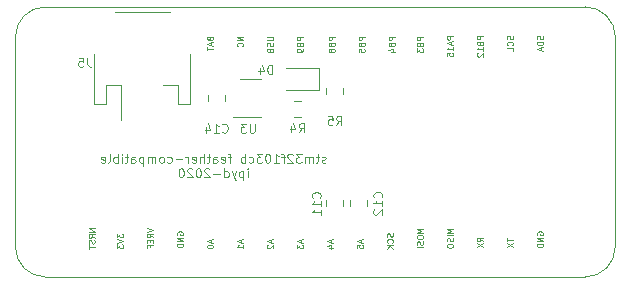
<source format=gbr>
G04 #@! TF.GenerationSoftware,KiCad,Pcbnew,(5.1.5)-2*
G04 #@! TF.CreationDate,2020-08-18T22:47:36+04:00*
G04 #@! TF.ProjectId,stm32f103_feather,73746d33-3266-4313-9033-5f6665617468,rev?*
G04 #@! TF.SameCoordinates,Original*
G04 #@! TF.FileFunction,Legend,Bot*
G04 #@! TF.FilePolarity,Positive*
%FSLAX46Y46*%
G04 Gerber Fmt 4.6, Leading zero omitted, Abs format (unit mm)*
G04 Created by KiCad (PCBNEW (5.1.5)-2) date 2020-08-18 22:47:36*
%MOMM*%
%LPD*%
G04 APERTURE LIST*
%ADD10C,0.101600*%
G04 #@! TA.AperFunction,Profile*
%ADD11C,0.050000*%
G04 #@! TD*
%ADD12C,0.120000*%
G04 APERTURE END LIST*
D10*
X171655619Y-78631142D02*
X171679809Y-78703714D01*
X171679809Y-78824666D01*
X171655619Y-78873047D01*
X171631428Y-78897238D01*
X171583047Y-78921428D01*
X171534666Y-78921428D01*
X171486285Y-78897238D01*
X171462095Y-78873047D01*
X171437904Y-78824666D01*
X171413714Y-78727904D01*
X171389523Y-78679523D01*
X171365333Y-78655333D01*
X171316952Y-78631142D01*
X171268571Y-78631142D01*
X171220190Y-78655333D01*
X171196000Y-78679523D01*
X171171809Y-78727904D01*
X171171809Y-78848857D01*
X171196000Y-78921428D01*
X171679809Y-79139142D02*
X171171809Y-79139142D01*
X171171809Y-79260095D01*
X171196000Y-79332666D01*
X171244380Y-79381047D01*
X171292761Y-79405238D01*
X171389523Y-79429428D01*
X171462095Y-79429428D01*
X171558857Y-79405238D01*
X171607238Y-79381047D01*
X171655619Y-79332666D01*
X171679809Y-79260095D01*
X171679809Y-79139142D01*
X171534666Y-79622952D02*
X171534666Y-79864857D01*
X171679809Y-79574571D02*
X171171809Y-79743904D01*
X171679809Y-79913238D01*
X169115619Y-78643238D02*
X169139809Y-78715809D01*
X169139809Y-78836761D01*
X169115619Y-78885142D01*
X169091428Y-78909333D01*
X169043047Y-78933523D01*
X168994666Y-78933523D01*
X168946285Y-78909333D01*
X168922095Y-78885142D01*
X168897904Y-78836761D01*
X168873714Y-78740000D01*
X168849523Y-78691619D01*
X168825333Y-78667428D01*
X168776952Y-78643238D01*
X168728571Y-78643238D01*
X168680190Y-78667428D01*
X168656000Y-78691619D01*
X168631809Y-78740000D01*
X168631809Y-78860952D01*
X168656000Y-78933523D01*
X169091428Y-79441523D02*
X169115619Y-79417333D01*
X169139809Y-79344761D01*
X169139809Y-79296380D01*
X169115619Y-79223809D01*
X169067238Y-79175428D01*
X169018857Y-79151238D01*
X168922095Y-79127047D01*
X168849523Y-79127047D01*
X168752761Y-79151238D01*
X168704380Y-79175428D01*
X168656000Y-79223809D01*
X168631809Y-79296380D01*
X168631809Y-79344761D01*
X168656000Y-79417333D01*
X168680190Y-79441523D01*
X169139809Y-79901142D02*
X169139809Y-79659238D01*
X168631809Y-79659238D01*
X166599809Y-78631142D02*
X166091809Y-78631142D01*
X166091809Y-78824666D01*
X166116000Y-78873047D01*
X166140190Y-78897238D01*
X166188571Y-78921428D01*
X166261142Y-78921428D01*
X166309523Y-78897238D01*
X166333714Y-78873047D01*
X166357904Y-78824666D01*
X166357904Y-78631142D01*
X166333714Y-79308476D02*
X166357904Y-79381047D01*
X166382095Y-79405238D01*
X166430476Y-79429428D01*
X166503047Y-79429428D01*
X166551428Y-79405238D01*
X166575619Y-79381047D01*
X166599809Y-79332666D01*
X166599809Y-79139142D01*
X166091809Y-79139142D01*
X166091809Y-79308476D01*
X166116000Y-79356857D01*
X166140190Y-79381047D01*
X166188571Y-79405238D01*
X166236952Y-79405238D01*
X166285333Y-79381047D01*
X166309523Y-79356857D01*
X166333714Y-79308476D01*
X166333714Y-79139142D01*
X166599809Y-79913238D02*
X166599809Y-79622952D01*
X166599809Y-79768095D02*
X166091809Y-79768095D01*
X166164380Y-79719714D01*
X166212761Y-79671333D01*
X166236952Y-79622952D01*
X166140190Y-80106761D02*
X166116000Y-80130952D01*
X166091809Y-80179333D01*
X166091809Y-80300285D01*
X166116000Y-80348666D01*
X166140190Y-80372857D01*
X166188571Y-80397047D01*
X166236952Y-80397047D01*
X166309523Y-80372857D01*
X166599809Y-80082571D01*
X166599809Y-80397047D01*
X164059809Y-78667428D02*
X163551809Y-78667428D01*
X163551809Y-78860952D01*
X163576000Y-78909333D01*
X163600190Y-78933523D01*
X163648571Y-78957714D01*
X163721142Y-78957714D01*
X163769523Y-78933523D01*
X163793714Y-78909333D01*
X163817904Y-78860952D01*
X163817904Y-78667428D01*
X163914666Y-79151238D02*
X163914666Y-79393142D01*
X164059809Y-79102857D02*
X163551809Y-79272190D01*
X164059809Y-79441523D01*
X164059809Y-79876952D02*
X164059809Y-79586666D01*
X164059809Y-79731809D02*
X163551809Y-79731809D01*
X163624380Y-79683428D01*
X163672761Y-79635047D01*
X163696952Y-79586666D01*
X163551809Y-80336571D02*
X163551809Y-80094666D01*
X163793714Y-80070476D01*
X163769523Y-80094666D01*
X163745333Y-80143047D01*
X163745333Y-80264000D01*
X163769523Y-80312380D01*
X163793714Y-80336571D01*
X163842095Y-80360761D01*
X163963047Y-80360761D01*
X164011428Y-80336571D01*
X164035619Y-80312380D01*
X164059809Y-80264000D01*
X164059809Y-80143047D01*
X164035619Y-80094666D01*
X164011428Y-80070476D01*
X161519809Y-78746047D02*
X161011809Y-78746047D01*
X161011809Y-78939571D01*
X161036000Y-78987952D01*
X161060190Y-79012142D01*
X161108571Y-79036333D01*
X161181142Y-79036333D01*
X161229523Y-79012142D01*
X161253714Y-78987952D01*
X161277904Y-78939571D01*
X161277904Y-78746047D01*
X161253714Y-79423380D02*
X161277904Y-79495952D01*
X161302095Y-79520142D01*
X161350476Y-79544333D01*
X161423047Y-79544333D01*
X161471428Y-79520142D01*
X161495619Y-79495952D01*
X161519809Y-79447571D01*
X161519809Y-79254047D01*
X161011809Y-79254047D01*
X161011809Y-79423380D01*
X161036000Y-79471761D01*
X161060190Y-79495952D01*
X161108571Y-79520142D01*
X161156952Y-79520142D01*
X161205333Y-79495952D01*
X161229523Y-79471761D01*
X161253714Y-79423380D01*
X161253714Y-79254047D01*
X161011809Y-79713666D02*
X161011809Y-80028142D01*
X161205333Y-79858809D01*
X161205333Y-79931380D01*
X161229523Y-79979761D01*
X161253714Y-80003952D01*
X161302095Y-80028142D01*
X161423047Y-80028142D01*
X161471428Y-80003952D01*
X161495619Y-79979761D01*
X161519809Y-79931380D01*
X161519809Y-79786238D01*
X161495619Y-79737857D01*
X161471428Y-79713666D01*
X159106809Y-78746047D02*
X158598809Y-78746047D01*
X158598809Y-78939571D01*
X158623000Y-78987952D01*
X158647190Y-79012142D01*
X158695571Y-79036333D01*
X158768142Y-79036333D01*
X158816523Y-79012142D01*
X158840714Y-78987952D01*
X158864904Y-78939571D01*
X158864904Y-78746047D01*
X158840714Y-79423380D02*
X158864904Y-79495952D01*
X158889095Y-79520142D01*
X158937476Y-79544333D01*
X159010047Y-79544333D01*
X159058428Y-79520142D01*
X159082619Y-79495952D01*
X159106809Y-79447571D01*
X159106809Y-79254047D01*
X158598809Y-79254047D01*
X158598809Y-79423380D01*
X158623000Y-79471761D01*
X158647190Y-79495952D01*
X158695571Y-79520142D01*
X158743952Y-79520142D01*
X158792333Y-79495952D01*
X158816523Y-79471761D01*
X158840714Y-79423380D01*
X158840714Y-79254047D01*
X158768142Y-79979761D02*
X159106809Y-79979761D01*
X158574619Y-79858809D02*
X158937476Y-79737857D01*
X158937476Y-80052333D01*
X156566809Y-78746047D02*
X156058809Y-78746047D01*
X156058809Y-78939571D01*
X156083000Y-78987952D01*
X156107190Y-79012142D01*
X156155571Y-79036333D01*
X156228142Y-79036333D01*
X156276523Y-79012142D01*
X156300714Y-78987952D01*
X156324904Y-78939571D01*
X156324904Y-78746047D01*
X156300714Y-79423380D02*
X156324904Y-79495952D01*
X156349095Y-79520142D01*
X156397476Y-79544333D01*
X156470047Y-79544333D01*
X156518428Y-79520142D01*
X156542619Y-79495952D01*
X156566809Y-79447571D01*
X156566809Y-79254047D01*
X156058809Y-79254047D01*
X156058809Y-79423380D01*
X156083000Y-79471761D01*
X156107190Y-79495952D01*
X156155571Y-79520142D01*
X156203952Y-79520142D01*
X156252333Y-79495952D01*
X156276523Y-79471761D01*
X156300714Y-79423380D01*
X156300714Y-79254047D01*
X156058809Y-80003952D02*
X156058809Y-79762047D01*
X156300714Y-79737857D01*
X156276523Y-79762047D01*
X156252333Y-79810428D01*
X156252333Y-79931380D01*
X156276523Y-79979761D01*
X156300714Y-80003952D01*
X156349095Y-80028142D01*
X156470047Y-80028142D01*
X156518428Y-80003952D01*
X156542619Y-79979761D01*
X156566809Y-79931380D01*
X156566809Y-79810428D01*
X156542619Y-79762047D01*
X156518428Y-79737857D01*
X154026809Y-78746047D02*
X153518809Y-78746047D01*
X153518809Y-78939571D01*
X153543000Y-78987952D01*
X153567190Y-79012142D01*
X153615571Y-79036333D01*
X153688142Y-79036333D01*
X153736523Y-79012142D01*
X153760714Y-78987952D01*
X153784904Y-78939571D01*
X153784904Y-78746047D01*
X153760714Y-79423380D02*
X153784904Y-79495952D01*
X153809095Y-79520142D01*
X153857476Y-79544333D01*
X153930047Y-79544333D01*
X153978428Y-79520142D01*
X154002619Y-79495952D01*
X154026809Y-79447571D01*
X154026809Y-79254047D01*
X153518809Y-79254047D01*
X153518809Y-79423380D01*
X153543000Y-79471761D01*
X153567190Y-79495952D01*
X153615571Y-79520142D01*
X153663952Y-79520142D01*
X153712333Y-79495952D01*
X153736523Y-79471761D01*
X153760714Y-79423380D01*
X153760714Y-79254047D01*
X153736523Y-79834619D02*
X153712333Y-79786238D01*
X153688142Y-79762047D01*
X153639761Y-79737857D01*
X153615571Y-79737857D01*
X153567190Y-79762047D01*
X153543000Y-79786238D01*
X153518809Y-79834619D01*
X153518809Y-79931380D01*
X153543000Y-79979761D01*
X153567190Y-80003952D01*
X153615571Y-80028142D01*
X153639761Y-80028142D01*
X153688142Y-80003952D01*
X153712333Y-79979761D01*
X153736523Y-79931380D01*
X153736523Y-79834619D01*
X153760714Y-79786238D01*
X153784904Y-79762047D01*
X153833285Y-79737857D01*
X153930047Y-79737857D01*
X153978428Y-79762047D01*
X154002619Y-79786238D01*
X154026809Y-79834619D01*
X154026809Y-79931380D01*
X154002619Y-79979761D01*
X153978428Y-80003952D01*
X153930047Y-80028142D01*
X153833285Y-80028142D01*
X153784904Y-80003952D01*
X153760714Y-79979761D01*
X153736523Y-79931380D01*
X151359809Y-78746047D02*
X150851809Y-78746047D01*
X150851809Y-78939571D01*
X150876000Y-78987952D01*
X150900190Y-79012142D01*
X150948571Y-79036333D01*
X151021142Y-79036333D01*
X151069523Y-79012142D01*
X151093714Y-78987952D01*
X151117904Y-78939571D01*
X151117904Y-78746047D01*
X151093714Y-79423380D02*
X151117904Y-79495952D01*
X151142095Y-79520142D01*
X151190476Y-79544333D01*
X151263047Y-79544333D01*
X151311428Y-79520142D01*
X151335619Y-79495952D01*
X151359809Y-79447571D01*
X151359809Y-79254047D01*
X150851809Y-79254047D01*
X150851809Y-79423380D01*
X150876000Y-79471761D01*
X150900190Y-79495952D01*
X150948571Y-79520142D01*
X150996952Y-79520142D01*
X151045333Y-79495952D01*
X151069523Y-79471761D01*
X151093714Y-79423380D01*
X151093714Y-79254047D01*
X151359809Y-79786238D02*
X151359809Y-79883000D01*
X151335619Y-79931380D01*
X151311428Y-79955571D01*
X151238857Y-80003952D01*
X151142095Y-80028142D01*
X150948571Y-80028142D01*
X150900190Y-80003952D01*
X150876000Y-79979761D01*
X150851809Y-79931380D01*
X150851809Y-79834619D01*
X150876000Y-79786238D01*
X150900190Y-79762047D01*
X150948571Y-79737857D01*
X151069523Y-79737857D01*
X151117904Y-79762047D01*
X151142095Y-79786238D01*
X151166285Y-79834619D01*
X151166285Y-79931380D01*
X151142095Y-79979761D01*
X151117904Y-80003952D01*
X151069523Y-80028142D01*
X148311809Y-78733952D02*
X148723047Y-78733952D01*
X148771428Y-78758142D01*
X148795619Y-78782333D01*
X148819809Y-78830714D01*
X148819809Y-78927476D01*
X148795619Y-78975857D01*
X148771428Y-79000047D01*
X148723047Y-79024238D01*
X148311809Y-79024238D01*
X148795619Y-79241952D02*
X148819809Y-79314523D01*
X148819809Y-79435476D01*
X148795619Y-79483857D01*
X148771428Y-79508047D01*
X148723047Y-79532238D01*
X148674666Y-79532238D01*
X148626285Y-79508047D01*
X148602095Y-79483857D01*
X148577904Y-79435476D01*
X148553714Y-79338714D01*
X148529523Y-79290333D01*
X148505333Y-79266142D01*
X148456952Y-79241952D01*
X148408571Y-79241952D01*
X148360190Y-79266142D01*
X148336000Y-79290333D01*
X148311809Y-79338714D01*
X148311809Y-79459666D01*
X148336000Y-79532238D01*
X148553714Y-79919285D02*
X148577904Y-79991857D01*
X148602095Y-80016047D01*
X148650476Y-80040238D01*
X148723047Y-80040238D01*
X148771428Y-80016047D01*
X148795619Y-79991857D01*
X148819809Y-79943476D01*
X148819809Y-79749952D01*
X148311809Y-79749952D01*
X148311809Y-79919285D01*
X148336000Y-79967666D01*
X148360190Y-79991857D01*
X148408571Y-80016047D01*
X148456952Y-80016047D01*
X148505333Y-79991857D01*
X148529523Y-79967666D01*
X148553714Y-79919285D01*
X148553714Y-79749952D01*
X146279809Y-78721857D02*
X145771809Y-78721857D01*
X146279809Y-79012142D01*
X145771809Y-79012142D01*
X146231428Y-79544333D02*
X146255619Y-79520142D01*
X146279809Y-79447571D01*
X146279809Y-79399190D01*
X146255619Y-79326619D01*
X146207238Y-79278238D01*
X146158857Y-79254047D01*
X146062095Y-79229857D01*
X145989523Y-79229857D01*
X145892761Y-79254047D01*
X145844380Y-79278238D01*
X145796000Y-79326619D01*
X145771809Y-79399190D01*
X145771809Y-79447571D01*
X145796000Y-79520142D01*
X145820190Y-79544333D01*
X143473714Y-78873047D02*
X143497904Y-78945619D01*
X143522095Y-78969809D01*
X143570476Y-78994000D01*
X143643047Y-78994000D01*
X143691428Y-78969809D01*
X143715619Y-78945619D01*
X143739809Y-78897238D01*
X143739809Y-78703714D01*
X143231809Y-78703714D01*
X143231809Y-78873047D01*
X143256000Y-78921428D01*
X143280190Y-78945619D01*
X143328571Y-78969809D01*
X143376952Y-78969809D01*
X143425333Y-78945619D01*
X143449523Y-78921428D01*
X143473714Y-78873047D01*
X143473714Y-78703714D01*
X143594666Y-79187523D02*
X143594666Y-79429428D01*
X143739809Y-79139142D02*
X143231809Y-79308476D01*
X143739809Y-79477809D01*
X143231809Y-79574571D02*
X143231809Y-79864857D01*
X143739809Y-79719714D02*
X143231809Y-79719714D01*
X171196000Y-95497952D02*
X171171809Y-95449571D01*
X171171809Y-95377000D01*
X171196000Y-95304428D01*
X171244380Y-95256047D01*
X171292761Y-95231857D01*
X171389523Y-95207666D01*
X171462095Y-95207666D01*
X171558857Y-95231857D01*
X171607238Y-95256047D01*
X171655619Y-95304428D01*
X171679809Y-95377000D01*
X171679809Y-95425380D01*
X171655619Y-95497952D01*
X171631428Y-95522142D01*
X171462095Y-95522142D01*
X171462095Y-95425380D01*
X171679809Y-95739857D02*
X171171809Y-95739857D01*
X171679809Y-96030142D01*
X171171809Y-96030142D01*
X171679809Y-96272047D02*
X171171809Y-96272047D01*
X171171809Y-96393000D01*
X171196000Y-96465571D01*
X171244380Y-96513952D01*
X171292761Y-96538142D01*
X171389523Y-96562333D01*
X171462095Y-96562333D01*
X171558857Y-96538142D01*
X171607238Y-96513952D01*
X171655619Y-96465571D01*
X171679809Y-96393000D01*
X171679809Y-96272047D01*
X168631809Y-95751952D02*
X168631809Y-96042238D01*
X169139809Y-95897095D02*
X168631809Y-95897095D01*
X168631809Y-96163190D02*
X169139809Y-96501857D01*
X168631809Y-96501857D02*
X169139809Y-96163190D01*
X166599809Y-96054333D02*
X166357904Y-95885000D01*
X166599809Y-95764047D02*
X166091809Y-95764047D01*
X166091809Y-95957571D01*
X166116000Y-96005952D01*
X166140190Y-96030142D01*
X166188571Y-96054333D01*
X166261142Y-96054333D01*
X166309523Y-96030142D01*
X166333714Y-96005952D01*
X166357904Y-95957571D01*
X166357904Y-95764047D01*
X166091809Y-96223666D02*
X166599809Y-96562333D01*
X166091809Y-96562333D02*
X166599809Y-96223666D01*
X164059809Y-94959714D02*
X163551809Y-94959714D01*
X163914666Y-95129047D01*
X163551809Y-95298380D01*
X164059809Y-95298380D01*
X164059809Y-95540285D02*
X163551809Y-95540285D01*
X164035619Y-95758000D02*
X164059809Y-95830571D01*
X164059809Y-95951523D01*
X164035619Y-95999904D01*
X164011428Y-96024095D01*
X163963047Y-96048285D01*
X163914666Y-96048285D01*
X163866285Y-96024095D01*
X163842095Y-95999904D01*
X163817904Y-95951523D01*
X163793714Y-95854761D01*
X163769523Y-95806380D01*
X163745333Y-95782190D01*
X163696952Y-95758000D01*
X163648571Y-95758000D01*
X163600190Y-95782190D01*
X163576000Y-95806380D01*
X163551809Y-95854761D01*
X163551809Y-95975714D01*
X163576000Y-96048285D01*
X163551809Y-96362761D02*
X163551809Y-96459523D01*
X163576000Y-96507904D01*
X163624380Y-96556285D01*
X163721142Y-96580476D01*
X163890476Y-96580476D01*
X163987238Y-96556285D01*
X164035619Y-96507904D01*
X164059809Y-96459523D01*
X164059809Y-96362761D01*
X164035619Y-96314380D01*
X163987238Y-96266000D01*
X163890476Y-96241809D01*
X163721142Y-96241809D01*
X163624380Y-96266000D01*
X163576000Y-96314380D01*
X163551809Y-96362761D01*
X161519809Y-94959714D02*
X161011809Y-94959714D01*
X161374666Y-95129047D01*
X161011809Y-95298380D01*
X161519809Y-95298380D01*
X161011809Y-95637047D02*
X161011809Y-95733809D01*
X161036000Y-95782190D01*
X161084380Y-95830571D01*
X161181142Y-95854761D01*
X161350476Y-95854761D01*
X161447238Y-95830571D01*
X161495619Y-95782190D01*
X161519809Y-95733809D01*
X161519809Y-95637047D01*
X161495619Y-95588666D01*
X161447238Y-95540285D01*
X161350476Y-95516095D01*
X161181142Y-95516095D01*
X161084380Y-95540285D01*
X161036000Y-95588666D01*
X161011809Y-95637047D01*
X161495619Y-96048285D02*
X161519809Y-96120857D01*
X161519809Y-96241809D01*
X161495619Y-96290190D01*
X161471428Y-96314380D01*
X161423047Y-96338571D01*
X161374666Y-96338571D01*
X161326285Y-96314380D01*
X161302095Y-96290190D01*
X161277904Y-96241809D01*
X161253714Y-96145047D01*
X161229523Y-96096666D01*
X161205333Y-96072476D01*
X161156952Y-96048285D01*
X161108571Y-96048285D01*
X161060190Y-96072476D01*
X161036000Y-96096666D01*
X161011809Y-96145047D01*
X161011809Y-96266000D01*
X161036000Y-96338571D01*
X161519809Y-96556285D02*
X161011809Y-96556285D01*
X158955619Y-95358857D02*
X158979809Y-95431428D01*
X158979809Y-95552380D01*
X158955619Y-95600761D01*
X158931428Y-95624952D01*
X158883047Y-95649142D01*
X158834666Y-95649142D01*
X158786285Y-95624952D01*
X158762095Y-95600761D01*
X158737904Y-95552380D01*
X158713714Y-95455619D01*
X158689523Y-95407238D01*
X158665333Y-95383047D01*
X158616952Y-95358857D01*
X158568571Y-95358857D01*
X158520190Y-95383047D01*
X158496000Y-95407238D01*
X158471809Y-95455619D01*
X158471809Y-95576571D01*
X158496000Y-95649142D01*
X158931428Y-96157142D02*
X158955619Y-96132952D01*
X158979809Y-96060380D01*
X158979809Y-96012000D01*
X158955619Y-95939428D01*
X158907238Y-95891047D01*
X158858857Y-95866857D01*
X158762095Y-95842666D01*
X158689523Y-95842666D01*
X158592761Y-95866857D01*
X158544380Y-95891047D01*
X158496000Y-95939428D01*
X158471809Y-96012000D01*
X158471809Y-96060380D01*
X158496000Y-96132952D01*
X158520190Y-96157142D01*
X158979809Y-96374857D02*
X158471809Y-96374857D01*
X158979809Y-96665142D02*
X158689523Y-96447428D01*
X158471809Y-96665142D02*
X158762095Y-96374857D01*
X156294666Y-95903142D02*
X156294666Y-96145047D01*
X156439809Y-95854761D02*
X155931809Y-96024095D01*
X156439809Y-96193428D01*
X155931809Y-96604666D02*
X155931809Y-96362761D01*
X156173714Y-96338571D01*
X156149523Y-96362761D01*
X156125333Y-96411142D01*
X156125333Y-96532095D01*
X156149523Y-96580476D01*
X156173714Y-96604666D01*
X156222095Y-96628857D01*
X156343047Y-96628857D01*
X156391428Y-96604666D01*
X156415619Y-96580476D01*
X156439809Y-96532095D01*
X156439809Y-96411142D01*
X156415619Y-96362761D01*
X156391428Y-96338571D01*
X153754666Y-95903142D02*
X153754666Y-96145047D01*
X153899809Y-95854761D02*
X153391809Y-96024095D01*
X153899809Y-96193428D01*
X153561142Y-96580476D02*
X153899809Y-96580476D01*
X153367619Y-96459523D02*
X153730476Y-96338571D01*
X153730476Y-96653047D01*
X151214666Y-95903142D02*
X151214666Y-96145047D01*
X151359809Y-95854761D02*
X150851809Y-96024095D01*
X151359809Y-96193428D01*
X150851809Y-96314380D02*
X150851809Y-96628857D01*
X151045333Y-96459523D01*
X151045333Y-96532095D01*
X151069523Y-96580476D01*
X151093714Y-96604666D01*
X151142095Y-96628857D01*
X151263047Y-96628857D01*
X151311428Y-96604666D01*
X151335619Y-96580476D01*
X151359809Y-96532095D01*
X151359809Y-96386952D01*
X151335619Y-96338571D01*
X151311428Y-96314380D01*
X148674666Y-95903142D02*
X148674666Y-96145047D01*
X148819809Y-95854761D02*
X148311809Y-96024095D01*
X148819809Y-96193428D01*
X148360190Y-96338571D02*
X148336000Y-96362761D01*
X148311809Y-96411142D01*
X148311809Y-96532095D01*
X148336000Y-96580476D01*
X148360190Y-96604666D01*
X148408571Y-96628857D01*
X148456952Y-96628857D01*
X148529523Y-96604666D01*
X148819809Y-96314380D01*
X148819809Y-96628857D01*
X146134666Y-95903142D02*
X146134666Y-96145047D01*
X146279809Y-95854761D02*
X145771809Y-96024095D01*
X146279809Y-96193428D01*
X146279809Y-96628857D02*
X146279809Y-96338571D01*
X146279809Y-96483714D02*
X145771809Y-96483714D01*
X145844380Y-96435333D01*
X145892761Y-96386952D01*
X145916952Y-96338571D01*
X143594666Y-95903142D02*
X143594666Y-96145047D01*
X143739809Y-95854761D02*
X143231809Y-96024095D01*
X143739809Y-96193428D01*
X143231809Y-96459523D02*
X143231809Y-96507904D01*
X143256000Y-96556285D01*
X143280190Y-96580476D01*
X143328571Y-96604666D01*
X143425333Y-96628857D01*
X143546285Y-96628857D01*
X143643047Y-96604666D01*
X143691428Y-96580476D01*
X143715619Y-96556285D01*
X143739809Y-96507904D01*
X143739809Y-96459523D01*
X143715619Y-96411142D01*
X143691428Y-96386952D01*
X143643047Y-96362761D01*
X143546285Y-96338571D01*
X143425333Y-96338571D01*
X143328571Y-96362761D01*
X143280190Y-96386952D01*
X143256000Y-96411142D01*
X143231809Y-96459523D01*
X140716000Y-95497952D02*
X140691809Y-95449571D01*
X140691809Y-95377000D01*
X140716000Y-95304428D01*
X140764380Y-95256047D01*
X140812761Y-95231857D01*
X140909523Y-95207666D01*
X140982095Y-95207666D01*
X141078857Y-95231857D01*
X141127238Y-95256047D01*
X141175619Y-95304428D01*
X141199809Y-95377000D01*
X141199809Y-95425380D01*
X141175619Y-95497952D01*
X141151428Y-95522142D01*
X140982095Y-95522142D01*
X140982095Y-95425380D01*
X141199809Y-95739857D02*
X140691809Y-95739857D01*
X141199809Y-96030142D01*
X140691809Y-96030142D01*
X141199809Y-96272047D02*
X140691809Y-96272047D01*
X140691809Y-96393000D01*
X140716000Y-96465571D01*
X140764380Y-96513952D01*
X140812761Y-96538142D01*
X140909523Y-96562333D01*
X140982095Y-96562333D01*
X141078857Y-96538142D01*
X141127238Y-96513952D01*
X141175619Y-96465571D01*
X141199809Y-96393000D01*
X141199809Y-96272047D01*
X138151809Y-94887142D02*
X138659809Y-95056476D01*
X138151809Y-95225809D01*
X138659809Y-95685428D02*
X138417904Y-95516095D01*
X138659809Y-95395142D02*
X138151809Y-95395142D01*
X138151809Y-95588666D01*
X138176000Y-95637047D01*
X138200190Y-95661238D01*
X138248571Y-95685428D01*
X138321142Y-95685428D01*
X138369523Y-95661238D01*
X138393714Y-95637047D01*
X138417904Y-95588666D01*
X138417904Y-95395142D01*
X138393714Y-95903142D02*
X138393714Y-96072476D01*
X138659809Y-96145047D02*
X138659809Y-95903142D01*
X138151809Y-95903142D01*
X138151809Y-96145047D01*
X138393714Y-96532095D02*
X138393714Y-96362761D01*
X138659809Y-96362761D02*
X138151809Y-96362761D01*
X138151809Y-96604666D01*
X135611809Y-95383047D02*
X135611809Y-95697523D01*
X135805333Y-95528190D01*
X135805333Y-95600761D01*
X135829523Y-95649142D01*
X135853714Y-95673333D01*
X135902095Y-95697523D01*
X136023047Y-95697523D01*
X136071428Y-95673333D01*
X136095619Y-95649142D01*
X136119809Y-95600761D01*
X136119809Y-95455619D01*
X136095619Y-95407238D01*
X136071428Y-95383047D01*
X135611809Y-95842666D02*
X136119809Y-96012000D01*
X135611809Y-96181333D01*
X135611809Y-96302285D02*
X135611809Y-96616761D01*
X135805333Y-96447428D01*
X135805333Y-96520000D01*
X135829523Y-96568380D01*
X135853714Y-96592571D01*
X135902095Y-96616761D01*
X136023047Y-96616761D01*
X136071428Y-96592571D01*
X136095619Y-96568380D01*
X136119809Y-96520000D01*
X136119809Y-96374857D01*
X136095619Y-96326476D01*
X136071428Y-96302285D01*
X133706809Y-94923428D02*
X133198809Y-94923428D01*
X133706809Y-95213714D01*
X133198809Y-95213714D01*
X133706809Y-95745904D02*
X133464904Y-95576571D01*
X133706809Y-95455619D02*
X133198809Y-95455619D01*
X133198809Y-95649142D01*
X133223000Y-95697523D01*
X133247190Y-95721714D01*
X133295571Y-95745904D01*
X133368142Y-95745904D01*
X133416523Y-95721714D01*
X133440714Y-95697523D01*
X133464904Y-95649142D01*
X133464904Y-95455619D01*
X133682619Y-95939428D02*
X133706809Y-96012000D01*
X133706809Y-96132952D01*
X133682619Y-96181333D01*
X133658428Y-96205523D01*
X133610047Y-96229714D01*
X133561666Y-96229714D01*
X133513285Y-96205523D01*
X133489095Y-96181333D01*
X133464904Y-96132952D01*
X133440714Y-96036190D01*
X133416523Y-95987809D01*
X133392333Y-95963619D01*
X133343952Y-95939428D01*
X133295571Y-95939428D01*
X133247190Y-95963619D01*
X133223000Y-95987809D01*
X133198809Y-96036190D01*
X133198809Y-96157142D01*
X133223000Y-96229714D01*
X133198809Y-96374857D02*
X133198809Y-96665142D01*
X133706809Y-96520000D02*
X133198809Y-96520000D01*
X153270857Y-89348128D02*
X153198285Y-89384414D01*
X153053142Y-89384414D01*
X152980571Y-89348128D01*
X152944285Y-89275557D01*
X152944285Y-89239271D01*
X152980571Y-89166700D01*
X153053142Y-89130414D01*
X153162000Y-89130414D01*
X153234571Y-89094128D01*
X153270857Y-89021557D01*
X153270857Y-88985271D01*
X153234571Y-88912700D01*
X153162000Y-88876414D01*
X153053142Y-88876414D01*
X152980571Y-88912700D01*
X152726571Y-88876414D02*
X152436285Y-88876414D01*
X152617714Y-88622414D02*
X152617714Y-89275557D01*
X152581428Y-89348128D01*
X152508857Y-89384414D01*
X152436285Y-89384414D01*
X152182285Y-89384414D02*
X152182285Y-88876414D01*
X152182285Y-88948985D02*
X152146000Y-88912700D01*
X152073428Y-88876414D01*
X151964571Y-88876414D01*
X151892000Y-88912700D01*
X151855714Y-88985271D01*
X151855714Y-89384414D01*
X151855714Y-88985271D02*
X151819428Y-88912700D01*
X151746857Y-88876414D01*
X151638000Y-88876414D01*
X151565428Y-88912700D01*
X151529142Y-88985271D01*
X151529142Y-89384414D01*
X151238857Y-88622414D02*
X150767142Y-88622414D01*
X151021142Y-88912700D01*
X150912285Y-88912700D01*
X150839714Y-88948985D01*
X150803428Y-88985271D01*
X150767142Y-89057842D01*
X150767142Y-89239271D01*
X150803428Y-89311842D01*
X150839714Y-89348128D01*
X150912285Y-89384414D01*
X151130000Y-89384414D01*
X151202571Y-89348128D01*
X151238857Y-89311842D01*
X150476857Y-88694985D02*
X150440571Y-88658700D01*
X150368000Y-88622414D01*
X150186571Y-88622414D01*
X150114000Y-88658700D01*
X150077714Y-88694985D01*
X150041428Y-88767557D01*
X150041428Y-88840128D01*
X150077714Y-88948985D01*
X150513142Y-89384414D01*
X150041428Y-89384414D01*
X149823714Y-88876414D02*
X149533428Y-88876414D01*
X149714857Y-89384414D02*
X149714857Y-88731271D01*
X149678571Y-88658700D01*
X149606000Y-88622414D01*
X149533428Y-88622414D01*
X148880285Y-89384414D02*
X149315714Y-89384414D01*
X149098000Y-89384414D02*
X149098000Y-88622414D01*
X149170571Y-88731271D01*
X149243142Y-88803842D01*
X149315714Y-88840128D01*
X148408571Y-88622414D02*
X148336000Y-88622414D01*
X148263428Y-88658700D01*
X148227142Y-88694985D01*
X148190857Y-88767557D01*
X148154571Y-88912700D01*
X148154571Y-89094128D01*
X148190857Y-89239271D01*
X148227142Y-89311842D01*
X148263428Y-89348128D01*
X148336000Y-89384414D01*
X148408571Y-89384414D01*
X148481142Y-89348128D01*
X148517428Y-89311842D01*
X148553714Y-89239271D01*
X148590000Y-89094128D01*
X148590000Y-88912700D01*
X148553714Y-88767557D01*
X148517428Y-88694985D01*
X148481142Y-88658700D01*
X148408571Y-88622414D01*
X147900571Y-88622414D02*
X147428857Y-88622414D01*
X147682857Y-88912700D01*
X147574000Y-88912700D01*
X147501428Y-88948985D01*
X147465142Y-88985271D01*
X147428857Y-89057842D01*
X147428857Y-89239271D01*
X147465142Y-89311842D01*
X147501428Y-89348128D01*
X147574000Y-89384414D01*
X147791714Y-89384414D01*
X147864285Y-89348128D01*
X147900571Y-89311842D01*
X146775714Y-89348128D02*
X146848285Y-89384414D01*
X146993428Y-89384414D01*
X147066000Y-89348128D01*
X147102285Y-89311842D01*
X147138571Y-89239271D01*
X147138571Y-89021557D01*
X147102285Y-88948985D01*
X147066000Y-88912700D01*
X146993428Y-88876414D01*
X146848285Y-88876414D01*
X146775714Y-88912700D01*
X146449142Y-89384414D02*
X146449142Y-88622414D01*
X146449142Y-88912700D02*
X146376571Y-88876414D01*
X146231428Y-88876414D01*
X146158857Y-88912700D01*
X146122571Y-88948985D01*
X146086285Y-89021557D01*
X146086285Y-89239271D01*
X146122571Y-89311842D01*
X146158857Y-89348128D01*
X146231428Y-89384414D01*
X146376571Y-89384414D01*
X146449142Y-89348128D01*
X145288000Y-88876414D02*
X144997714Y-88876414D01*
X145179142Y-89384414D02*
X145179142Y-88731271D01*
X145142857Y-88658700D01*
X145070285Y-88622414D01*
X144997714Y-88622414D01*
X144453428Y-89348128D02*
X144526000Y-89384414D01*
X144671142Y-89384414D01*
X144743714Y-89348128D01*
X144780000Y-89275557D01*
X144780000Y-88985271D01*
X144743714Y-88912700D01*
X144671142Y-88876414D01*
X144526000Y-88876414D01*
X144453428Y-88912700D01*
X144417142Y-88985271D01*
X144417142Y-89057842D01*
X144780000Y-89130414D01*
X143764000Y-89384414D02*
X143764000Y-88985271D01*
X143800285Y-88912700D01*
X143872857Y-88876414D01*
X144018000Y-88876414D01*
X144090571Y-88912700D01*
X143764000Y-89348128D02*
X143836571Y-89384414D01*
X144018000Y-89384414D01*
X144090571Y-89348128D01*
X144126857Y-89275557D01*
X144126857Y-89202985D01*
X144090571Y-89130414D01*
X144018000Y-89094128D01*
X143836571Y-89094128D01*
X143764000Y-89057842D01*
X143510000Y-88876414D02*
X143219714Y-88876414D01*
X143401142Y-88622414D02*
X143401142Y-89275557D01*
X143364857Y-89348128D01*
X143292285Y-89384414D01*
X143219714Y-89384414D01*
X142965714Y-89384414D02*
X142965714Y-88622414D01*
X142639142Y-89384414D02*
X142639142Y-88985271D01*
X142675428Y-88912700D01*
X142748000Y-88876414D01*
X142856857Y-88876414D01*
X142929428Y-88912700D01*
X142965714Y-88948985D01*
X141986000Y-89348128D02*
X142058571Y-89384414D01*
X142203714Y-89384414D01*
X142276285Y-89348128D01*
X142312571Y-89275557D01*
X142312571Y-88985271D01*
X142276285Y-88912700D01*
X142203714Y-88876414D01*
X142058571Y-88876414D01*
X141986000Y-88912700D01*
X141949714Y-88985271D01*
X141949714Y-89057842D01*
X142312571Y-89130414D01*
X141623142Y-89384414D02*
X141623142Y-88876414D01*
X141623142Y-89021557D02*
X141586857Y-88948985D01*
X141550571Y-88912700D01*
X141478000Y-88876414D01*
X141405428Y-88876414D01*
X141151428Y-89094128D02*
X140570857Y-89094128D01*
X139881428Y-89348128D02*
X139954000Y-89384414D01*
X140099142Y-89384414D01*
X140171714Y-89348128D01*
X140208000Y-89311842D01*
X140244285Y-89239271D01*
X140244285Y-89021557D01*
X140208000Y-88948985D01*
X140171714Y-88912700D01*
X140099142Y-88876414D01*
X139954000Y-88876414D01*
X139881428Y-88912700D01*
X139446000Y-89384414D02*
X139518571Y-89348128D01*
X139554857Y-89311842D01*
X139591142Y-89239271D01*
X139591142Y-89021557D01*
X139554857Y-88948985D01*
X139518571Y-88912700D01*
X139446000Y-88876414D01*
X139337142Y-88876414D01*
X139264571Y-88912700D01*
X139228285Y-88948985D01*
X139192000Y-89021557D01*
X139192000Y-89239271D01*
X139228285Y-89311842D01*
X139264571Y-89348128D01*
X139337142Y-89384414D01*
X139446000Y-89384414D01*
X138865428Y-89384414D02*
X138865428Y-88876414D01*
X138865428Y-88948985D02*
X138829142Y-88912700D01*
X138756571Y-88876414D01*
X138647714Y-88876414D01*
X138575142Y-88912700D01*
X138538857Y-88985271D01*
X138538857Y-89384414D01*
X138538857Y-88985271D02*
X138502571Y-88912700D01*
X138430000Y-88876414D01*
X138321142Y-88876414D01*
X138248571Y-88912700D01*
X138212285Y-88985271D01*
X138212285Y-89384414D01*
X137849428Y-88876414D02*
X137849428Y-89638414D01*
X137849428Y-88912700D02*
X137776857Y-88876414D01*
X137631714Y-88876414D01*
X137559142Y-88912700D01*
X137522857Y-88948985D01*
X137486571Y-89021557D01*
X137486571Y-89239271D01*
X137522857Y-89311842D01*
X137559142Y-89348128D01*
X137631714Y-89384414D01*
X137776857Y-89384414D01*
X137849428Y-89348128D01*
X136833428Y-89384414D02*
X136833428Y-88985271D01*
X136869714Y-88912700D01*
X136942285Y-88876414D01*
X137087428Y-88876414D01*
X137160000Y-88912700D01*
X136833428Y-89348128D02*
X136906000Y-89384414D01*
X137087428Y-89384414D01*
X137160000Y-89348128D01*
X137196285Y-89275557D01*
X137196285Y-89202985D01*
X137160000Y-89130414D01*
X137087428Y-89094128D01*
X136906000Y-89094128D01*
X136833428Y-89057842D01*
X136579428Y-88876414D02*
X136289142Y-88876414D01*
X136470571Y-88622414D02*
X136470571Y-89275557D01*
X136434285Y-89348128D01*
X136361714Y-89384414D01*
X136289142Y-89384414D01*
X136035142Y-89384414D02*
X136035142Y-88876414D01*
X136035142Y-88622414D02*
X136071428Y-88658700D01*
X136035142Y-88694985D01*
X135998857Y-88658700D01*
X136035142Y-88622414D01*
X136035142Y-88694985D01*
X135672285Y-89384414D02*
X135672285Y-88622414D01*
X135672285Y-88912700D02*
X135599714Y-88876414D01*
X135454571Y-88876414D01*
X135382000Y-88912700D01*
X135345714Y-88948985D01*
X135309428Y-89021557D01*
X135309428Y-89239271D01*
X135345714Y-89311842D01*
X135382000Y-89348128D01*
X135454571Y-89384414D01*
X135599714Y-89384414D01*
X135672285Y-89348128D01*
X134874000Y-89384414D02*
X134946571Y-89348128D01*
X134982857Y-89275557D01*
X134982857Y-88622414D01*
X134293428Y-89348128D02*
X134366000Y-89384414D01*
X134511142Y-89384414D01*
X134583714Y-89348128D01*
X134620000Y-89275557D01*
X134620000Y-88985271D01*
X134583714Y-88912700D01*
X134511142Y-88876414D01*
X134366000Y-88876414D01*
X134293428Y-88912700D01*
X134257142Y-88985271D01*
X134257142Y-89057842D01*
X134620000Y-89130414D01*
X146666857Y-90629014D02*
X146666857Y-90121014D01*
X146666857Y-89867014D02*
X146703142Y-89903300D01*
X146666857Y-89939585D01*
X146630571Y-89903300D01*
X146666857Y-89867014D01*
X146666857Y-89939585D01*
X146304000Y-90121014D02*
X146304000Y-90883014D01*
X146304000Y-90157300D02*
X146231428Y-90121014D01*
X146086285Y-90121014D01*
X146013714Y-90157300D01*
X145977428Y-90193585D01*
X145941142Y-90266157D01*
X145941142Y-90483871D01*
X145977428Y-90556442D01*
X146013714Y-90592728D01*
X146086285Y-90629014D01*
X146231428Y-90629014D01*
X146304000Y-90592728D01*
X145687142Y-90121014D02*
X145505714Y-90629014D01*
X145324285Y-90121014D02*
X145505714Y-90629014D01*
X145578285Y-90810442D01*
X145614571Y-90846728D01*
X145687142Y-90883014D01*
X144707428Y-90629014D02*
X144707428Y-89867014D01*
X144707428Y-90592728D02*
X144780000Y-90629014D01*
X144925142Y-90629014D01*
X144997714Y-90592728D01*
X145034000Y-90556442D01*
X145070285Y-90483871D01*
X145070285Y-90266157D01*
X145034000Y-90193585D01*
X144997714Y-90157300D01*
X144925142Y-90121014D01*
X144780000Y-90121014D01*
X144707428Y-90157300D01*
X144344571Y-90338728D02*
X143764000Y-90338728D01*
X143437428Y-89939585D02*
X143401142Y-89903300D01*
X143328571Y-89867014D01*
X143147142Y-89867014D01*
X143074571Y-89903300D01*
X143038285Y-89939585D01*
X143002000Y-90012157D01*
X143002000Y-90084728D01*
X143038285Y-90193585D01*
X143473714Y-90629014D01*
X143002000Y-90629014D01*
X142530285Y-89867014D02*
X142457714Y-89867014D01*
X142385142Y-89903300D01*
X142348857Y-89939585D01*
X142312571Y-90012157D01*
X142276285Y-90157300D01*
X142276285Y-90338728D01*
X142312571Y-90483871D01*
X142348857Y-90556442D01*
X142385142Y-90592728D01*
X142457714Y-90629014D01*
X142530285Y-90629014D01*
X142602857Y-90592728D01*
X142639142Y-90556442D01*
X142675428Y-90483871D01*
X142711714Y-90338728D01*
X142711714Y-90157300D01*
X142675428Y-90012157D01*
X142639142Y-89939585D01*
X142602857Y-89903300D01*
X142530285Y-89867014D01*
X141986000Y-89939585D02*
X141949714Y-89903300D01*
X141877142Y-89867014D01*
X141695714Y-89867014D01*
X141623142Y-89903300D01*
X141586857Y-89939585D01*
X141550571Y-90012157D01*
X141550571Y-90084728D01*
X141586857Y-90193585D01*
X142022285Y-90629014D01*
X141550571Y-90629014D01*
X141078857Y-89867014D02*
X141006285Y-89867014D01*
X140933714Y-89903300D01*
X140897428Y-89939585D01*
X140861142Y-90012157D01*
X140824857Y-90157300D01*
X140824857Y-90338728D01*
X140861142Y-90483871D01*
X140897428Y-90556442D01*
X140933714Y-90592728D01*
X141006285Y-90629014D01*
X141078857Y-90629014D01*
X141151428Y-90592728D01*
X141187714Y-90556442D01*
X141224000Y-90483871D01*
X141260285Y-90338728D01*
X141260285Y-90157300D01*
X141224000Y-90012157D01*
X141187714Y-89939585D01*
X141151428Y-89903300D01*
X141078857Y-89867014D01*
D11*
X175260000Y-76200000D02*
X129540000Y-76200000D01*
X177800000Y-96520000D02*
X177800000Y-78740000D01*
X129540000Y-99060000D02*
X175260000Y-99060000D01*
X127000000Y-78740000D02*
X127000000Y-96520000D01*
X175260000Y-76200000D02*
G75*
G02X177800000Y-78740000I0J-2540000D01*
G01*
X177800000Y-96520000D02*
G75*
G02X175260000Y-99060000I-2540000J0D01*
G01*
X129540000Y-99060000D02*
G75*
G02X127000000Y-96520000I0J2540000D01*
G01*
X127000000Y-78740000D02*
G75*
G02X129540000Y-76200000I2540000J0D01*
G01*
D12*
G04 #@! TO.C,R5*
X154761000Y-83059748D02*
X154761000Y-83582252D01*
X153341000Y-83059748D02*
X153341000Y-83582252D01*
G04 #@! TO.C,R4*
X150623748Y-84126000D02*
X151146252Y-84126000D01*
X150623748Y-85546000D02*
X151146252Y-85546000D01*
G04 #@! TO.C,D4*
X152745000Y-83256000D02*
X149885000Y-83256000D01*
X152745000Y-81336000D02*
X152745000Y-83256000D01*
X149885000Y-81336000D02*
X152745000Y-81336000D01*
G04 #@! TO.C,C14*
X143308000Y-84194252D02*
X143308000Y-83671748D01*
X144728000Y-84194252D02*
X144728000Y-83671748D01*
G04 #@! TO.C,C12*
X156793000Y-92561748D02*
X156793000Y-93084252D01*
X155373000Y-92561748D02*
X155373000Y-93084252D01*
G04 #@! TO.C,C11*
X154761000Y-92561748D02*
X154761000Y-93084252D01*
X153341000Y-92561748D02*
X153341000Y-93084252D01*
D10*
G04 #@! TO.C,J5*
X135407000Y-76622000D02*
X140087000Y-76622000D01*
X140787000Y-82842000D02*
X139507000Y-82842000D01*
X140787000Y-84442000D02*
X140787000Y-82842000D01*
X141807000Y-84442000D02*
X140787000Y-84442000D01*
X141807000Y-80192000D02*
X141807000Y-84442000D01*
X135987000Y-82842000D02*
X135987000Y-85732000D01*
X134707000Y-82842000D02*
X135987000Y-82842000D01*
X134707000Y-84442000D02*
X134707000Y-82842000D01*
X133687000Y-84442000D02*
X134707000Y-84442000D01*
X133687000Y-80192000D02*
X133687000Y-84442000D01*
G04 #@! TO.C,U3*
X147839000Y-85557000D02*
X145389000Y-85557000D01*
X146039000Y-82337000D02*
X147839000Y-82337000D01*
G04 #@! TD*
G04 #@! TO.C,R5*
X154178000Y-86196714D02*
X154432000Y-85833857D01*
X154613428Y-86196714D02*
X154613428Y-85434714D01*
X154323142Y-85434714D01*
X154250571Y-85471000D01*
X154214285Y-85507285D01*
X154178000Y-85579857D01*
X154178000Y-85688714D01*
X154214285Y-85761285D01*
X154250571Y-85797571D01*
X154323142Y-85833857D01*
X154613428Y-85833857D01*
X153488571Y-85434714D02*
X153851428Y-85434714D01*
X153887714Y-85797571D01*
X153851428Y-85761285D01*
X153778857Y-85725000D01*
X153597428Y-85725000D01*
X153524857Y-85761285D01*
X153488571Y-85797571D01*
X153452285Y-85870142D01*
X153452285Y-86051571D01*
X153488571Y-86124142D01*
X153524857Y-86160428D01*
X153597428Y-86196714D01*
X153778857Y-86196714D01*
X153851428Y-86160428D01*
X153887714Y-86124142D01*
G04 #@! TO.C,R4*
X151003000Y-86830714D02*
X151257000Y-86467857D01*
X151438428Y-86830714D02*
X151438428Y-86068714D01*
X151148142Y-86068714D01*
X151075571Y-86105000D01*
X151039285Y-86141285D01*
X151003000Y-86213857D01*
X151003000Y-86322714D01*
X151039285Y-86395285D01*
X151075571Y-86431571D01*
X151148142Y-86467857D01*
X151438428Y-86467857D01*
X150349857Y-86322714D02*
X150349857Y-86830714D01*
X150531285Y-86032428D02*
X150712714Y-86576714D01*
X150241000Y-86576714D01*
G04 #@! TO.C,D4*
X148771428Y-81878714D02*
X148771428Y-81116714D01*
X148590000Y-81116714D01*
X148481142Y-81153000D01*
X148408571Y-81225571D01*
X148372285Y-81298142D01*
X148336000Y-81443285D01*
X148336000Y-81552142D01*
X148372285Y-81697285D01*
X148408571Y-81769857D01*
X148481142Y-81842428D01*
X148590000Y-81878714D01*
X148771428Y-81878714D01*
X147682857Y-81370714D02*
X147682857Y-81878714D01*
X147864285Y-81080428D02*
X148045714Y-81624714D01*
X147574000Y-81624714D01*
G04 #@! TO.C,C14*
X144507857Y-86759142D02*
X144544142Y-86795428D01*
X144653000Y-86831714D01*
X144725571Y-86831714D01*
X144834428Y-86795428D01*
X144907000Y-86722857D01*
X144943285Y-86650285D01*
X144979571Y-86505142D01*
X144979571Y-86396285D01*
X144943285Y-86251142D01*
X144907000Y-86178571D01*
X144834428Y-86106000D01*
X144725571Y-86069714D01*
X144653000Y-86069714D01*
X144544142Y-86106000D01*
X144507857Y-86142285D01*
X143782142Y-86831714D02*
X144217571Y-86831714D01*
X143999857Y-86831714D02*
X143999857Y-86069714D01*
X144072428Y-86178571D01*
X144145000Y-86251142D01*
X144217571Y-86287428D01*
X143129000Y-86323714D02*
X143129000Y-86831714D01*
X143310428Y-86033428D02*
X143491857Y-86577714D01*
X143020142Y-86577714D01*
G04 #@! TO.C,C12*
X158006142Y-92333142D02*
X158042428Y-92296857D01*
X158078714Y-92188000D01*
X158078714Y-92115428D01*
X158042428Y-92006571D01*
X157969857Y-91934000D01*
X157897285Y-91897714D01*
X157752142Y-91861428D01*
X157643285Y-91861428D01*
X157498142Y-91897714D01*
X157425571Y-91934000D01*
X157353000Y-92006571D01*
X157316714Y-92115428D01*
X157316714Y-92188000D01*
X157353000Y-92296857D01*
X157389285Y-92333142D01*
X158078714Y-93058857D02*
X158078714Y-92623428D01*
X158078714Y-92841142D02*
X157316714Y-92841142D01*
X157425571Y-92768571D01*
X157498142Y-92696000D01*
X157534428Y-92623428D01*
X157389285Y-93349142D02*
X157353000Y-93385428D01*
X157316714Y-93458000D01*
X157316714Y-93639428D01*
X157353000Y-93712000D01*
X157389285Y-93748285D01*
X157461857Y-93784571D01*
X157534428Y-93784571D01*
X157643285Y-93748285D01*
X158078714Y-93312857D01*
X158078714Y-93784571D01*
G04 #@! TO.C,C11*
X152799142Y-92347142D02*
X152835428Y-92310857D01*
X152871714Y-92202000D01*
X152871714Y-92129428D01*
X152835428Y-92020571D01*
X152762857Y-91948000D01*
X152690285Y-91911714D01*
X152545142Y-91875428D01*
X152436285Y-91875428D01*
X152291142Y-91911714D01*
X152218571Y-91948000D01*
X152146000Y-92020571D01*
X152109714Y-92129428D01*
X152109714Y-92202000D01*
X152146000Y-92310857D01*
X152182285Y-92347142D01*
X152871714Y-93072857D02*
X152871714Y-92637428D01*
X152871714Y-92855142D02*
X152109714Y-92855142D01*
X152218571Y-92782571D01*
X152291142Y-92710000D01*
X152327428Y-92637428D01*
X152871714Y-93798571D02*
X152871714Y-93363142D01*
X152871714Y-93580857D02*
X152109714Y-93580857D01*
X152218571Y-93508285D01*
X152291142Y-93435714D01*
X152327428Y-93363142D01*
G04 #@! TO.C,J5*
X133096000Y-80481714D02*
X133096000Y-81026000D01*
X133132285Y-81134857D01*
X133204857Y-81207428D01*
X133313714Y-81243714D01*
X133386285Y-81243714D01*
X132370285Y-80481714D02*
X132733142Y-80481714D01*
X132769428Y-80844571D01*
X132733142Y-80808285D01*
X132660571Y-80772000D01*
X132479142Y-80772000D01*
X132406571Y-80808285D01*
X132370285Y-80844571D01*
X132334000Y-80917142D01*
X132334000Y-81098571D01*
X132370285Y-81171142D01*
X132406571Y-81207428D01*
X132479142Y-81243714D01*
X132660571Y-81243714D01*
X132733142Y-81207428D01*
X132769428Y-81171142D01*
G04 #@! TO.C,U3*
X147265571Y-86069714D02*
X147265571Y-86686571D01*
X147229285Y-86759142D01*
X147193000Y-86795428D01*
X147120428Y-86831714D01*
X146975285Y-86831714D01*
X146902714Y-86795428D01*
X146866428Y-86759142D01*
X146830142Y-86686571D01*
X146830142Y-86069714D01*
X146539857Y-86069714D02*
X146068142Y-86069714D01*
X146322142Y-86360000D01*
X146213285Y-86360000D01*
X146140714Y-86396285D01*
X146104428Y-86432571D01*
X146068142Y-86505142D01*
X146068142Y-86686571D01*
X146104428Y-86759142D01*
X146140714Y-86795428D01*
X146213285Y-86831714D01*
X146431000Y-86831714D01*
X146503571Y-86795428D01*
X146539857Y-86759142D01*
G04 #@! TD*
M02*

</source>
